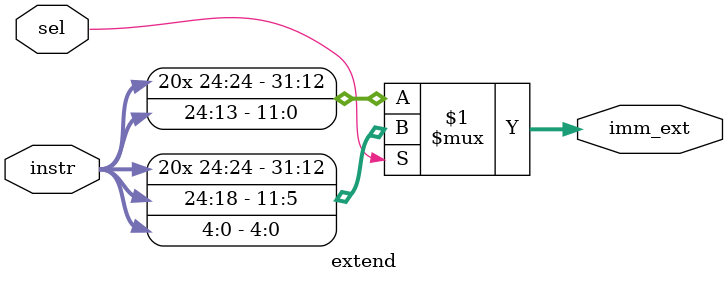
<source format=v>
`timescale 1ns / 1ps


module extend(
    input wire [24:0] instr,
    input wire sel,             // sw: sel = 1, lw: sel = 0
    output wire [31:0] imm_ext
    );
    
    assign imm_ext = (sel) ? {{20{instr[24]}}, instr[24:18], instr[4:0]} : {{20{instr[24]}}, instr[24:13]};
    
endmodule

</source>
